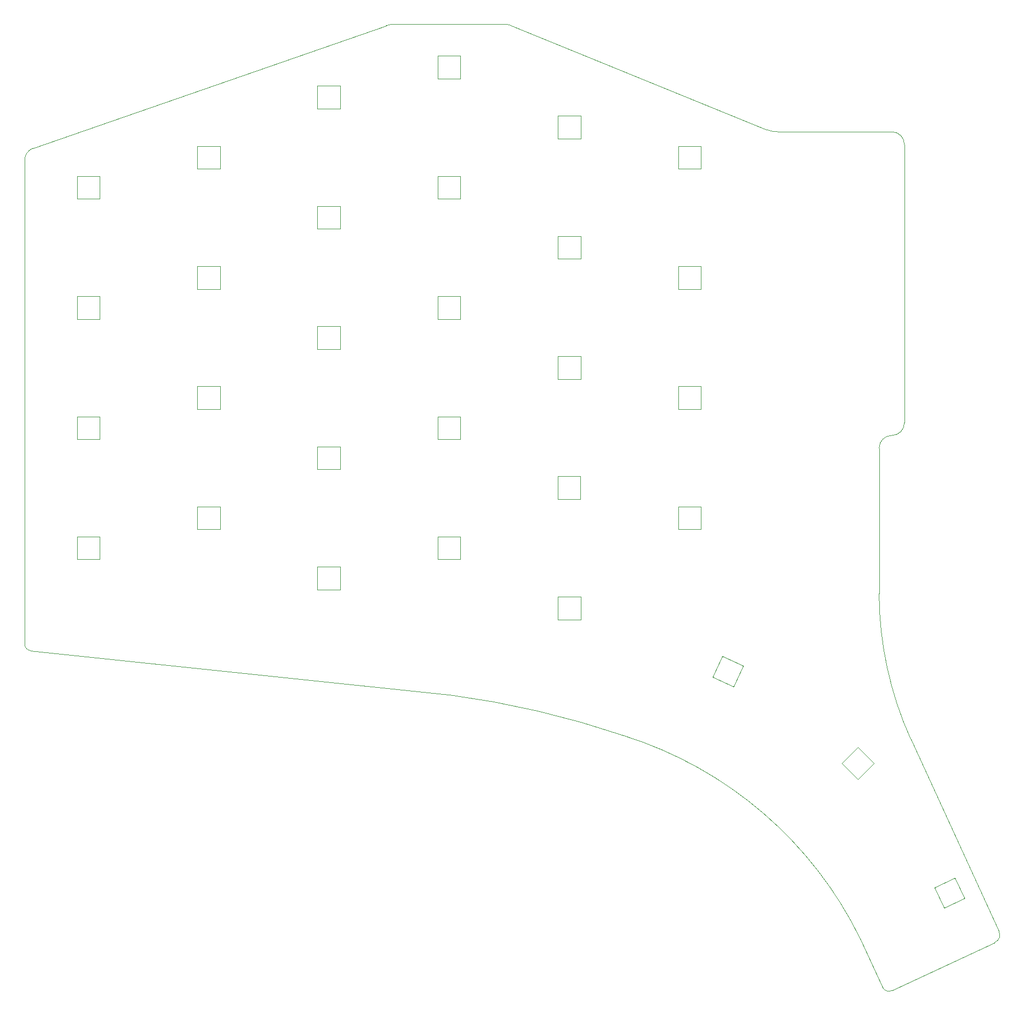
<source format=gbr>
%TF.GenerationSoftware,KiCad,Pcbnew,6.0.5*%
%TF.CreationDate,2022-07-09T20:03:33-05:00*%
%TF.ProjectId,ElevenFingers,456c6576-656e-4466-996e-676572732e6b,rev?*%
%TF.SameCoordinates,Original*%
%TF.FileFunction,Profile,NP*%
%FSLAX46Y46*%
G04 Gerber Fmt 4.6, Leading zero omitted, Abs format (unit mm)*
G04 Created by KiCad (PCBNEW 6.0.5) date 2022-07-09 20:03:33*
%MOMM*%
%LPD*%
G01*
G04 APERTURE LIST*
%TA.AperFunction,Profile*%
%ADD10C,0.100000*%
%TD*%
%TA.AperFunction,Profile*%
%ADD11C,0.120000*%
%TD*%
G04 APERTURE END LIST*
D10*
X181260652Y-193149819D02*
G75*
G03*
X181923305Y-191349785I-457252J1190319D01*
G01*
X168000000Y-161000000D02*
X181923305Y-191349785D01*
X28000010Y-146000000D02*
G75*
G03*
X28900000Y-147000000I1020890J13800D01*
G01*
X28900000Y-147000000D02*
X95000000Y-154000000D01*
X163000000Y-115000000D02*
X163000000Y-138000000D01*
X163000014Y-138000000D02*
G75*
G03*
X168000000Y-161000000I56462286J230900D01*
G01*
X86000000Y-47999999D02*
G75*
G03*
X85100000Y-48212461I62500J-2277201D01*
G01*
X29300000Y-67600000D02*
X85100000Y-48212461D01*
X160000003Y-192499999D02*
G75*
G03*
X122800000Y-160500000I-56020953J-27501861D01*
G01*
X147000000Y-65000000D02*
X165000000Y-65000000D01*
X145143047Y-64642384D02*
G75*
G03*
X147000000Y-65000000I1856953J4642384D01*
G01*
X160000000Y-192500000D02*
X163553554Y-200239341D01*
X163553594Y-200239321D02*
G75*
G03*
X165053553Y-200739340I1000006J500021D01*
G01*
X28000000Y-70000000D02*
X28000000Y-70000000D01*
X165000000Y-113000000D02*
G75*
G03*
X167000000Y-111000000I0J2000000D01*
G01*
X28000000Y-69457249D02*
X28000000Y-146000000D01*
X165053553Y-200739340D02*
X181260639Y-193149785D01*
X167000000Y-67000000D02*
G75*
G03*
X165000000Y-65000000I-2000000J0D01*
G01*
X165000000Y-113000000D02*
G75*
G03*
X163000000Y-115000000I0J-2000000D01*
G01*
X104702252Y-48127329D02*
G75*
G03*
X104000000Y-48000000I-701452J-1868471D01*
G01*
X122799998Y-160500007D02*
G75*
G03*
X95000000Y-154000000I-46750898J-137250593D01*
G01*
X86000000Y-48000000D02*
X104000000Y-48000000D01*
X29300002Y-67600005D02*
G75*
G03*
X28000000Y-69457249I741378J-1902535D01*
G01*
X167000000Y-111000000D02*
X167000000Y-67000000D01*
X104702247Y-48127342D02*
X145143047Y-64642383D01*
D11*
%TO.C,L20*%
X58861846Y-127846051D02*
X55261846Y-127846051D01*
X55261846Y-127846051D02*
X55261846Y-124246051D01*
X55261846Y-124246051D02*
X58861846Y-124246051D01*
X58861846Y-124246051D02*
X58861846Y-127846051D01*
%TO.C,L2*%
X55261846Y-67246051D02*
X58861846Y-67246051D01*
X58861846Y-67246051D02*
X58861846Y-70846051D01*
X58861846Y-70846051D02*
X55261846Y-70846051D01*
X55261846Y-70846051D02*
X55261846Y-67246051D01*
%TO.C,L19*%
X39861846Y-132596051D02*
X36261846Y-132596051D01*
X36261846Y-132596051D02*
X36261846Y-128996051D01*
X36261846Y-128996051D02*
X39861846Y-128996051D01*
X39861846Y-128996051D02*
X39861846Y-132596051D01*
%TO.C,L10*%
X96861846Y-75596051D02*
X93261846Y-75596051D01*
X93261846Y-75596051D02*
X93261846Y-71996051D01*
X93261846Y-71996051D02*
X96861846Y-71996051D01*
X96861846Y-71996051D02*
X96861846Y-75596051D01*
%TO.C,L27*%
X112261846Y-138496051D02*
X115861846Y-138496051D01*
X115861846Y-138496051D02*
X115861846Y-142096051D01*
X115861846Y-142096051D02*
X112261846Y-142096051D01*
X112261846Y-142096051D02*
X112261846Y-138496051D01*
%TO.C,L5*%
X112261846Y-62496051D02*
X115861846Y-62496051D01*
X115861846Y-62496051D02*
X115861846Y-66096051D01*
X115861846Y-66096051D02*
X112261846Y-66096051D01*
X112261846Y-66096051D02*
X112261846Y-62496051D01*
%TO.C,L16*%
X93261846Y-90996051D02*
X96861846Y-90996051D01*
X96861846Y-90996051D02*
X96861846Y-94596051D01*
X96861846Y-94596051D02*
X93261846Y-94596051D01*
X93261846Y-94596051D02*
X93261846Y-90996051D01*
%TO.C,L30*%
X174982487Y-182903984D02*
X176503913Y-186166692D01*
X176503913Y-186166692D02*
X173241205Y-187688118D01*
X173241205Y-187688118D02*
X171719779Y-184425410D01*
X171719779Y-184425410D02*
X174982487Y-182903984D01*
%TO.C,L12*%
X134861846Y-89846051D02*
X131261846Y-89846051D01*
X131261846Y-89846051D02*
X131261846Y-86246051D01*
X131261846Y-86246051D02*
X134861846Y-86246051D01*
X134861846Y-86246051D02*
X134861846Y-89846051D01*
%TO.C,L15*%
X74261846Y-95746051D02*
X77861846Y-95746051D01*
X77861846Y-95746051D02*
X77861846Y-99346051D01*
X77861846Y-99346051D02*
X74261846Y-99346051D01*
X74261846Y-99346051D02*
X74261846Y-95746051D01*
%TO.C,L13*%
X36261846Y-109996051D02*
X39861846Y-109996051D01*
X39861846Y-109996051D02*
X39861846Y-113596051D01*
X39861846Y-113596051D02*
X36261846Y-113596051D01*
X36261846Y-113596051D02*
X36261846Y-109996051D01*
%TO.C,L18*%
X131261846Y-105246051D02*
X134861846Y-105246051D01*
X134861846Y-105246051D02*
X134861846Y-108846051D01*
X134861846Y-108846051D02*
X131261846Y-108846051D01*
X131261846Y-108846051D02*
X131261846Y-105246051D01*
%TO.C,L21*%
X77861846Y-118346051D02*
X74261846Y-118346051D01*
X74261846Y-118346051D02*
X74261846Y-114746051D01*
X74261846Y-114746051D02*
X77861846Y-114746051D01*
X77861846Y-114746051D02*
X77861846Y-118346051D01*
%TO.C,L26*%
X93261846Y-128996051D02*
X96861846Y-128996051D01*
X96861846Y-128996051D02*
X96861846Y-132596051D01*
X96861846Y-132596051D02*
X93261846Y-132596051D01*
X93261846Y-132596051D02*
X93261846Y-128996051D01*
%TO.C,L24*%
X134861846Y-127846051D02*
X131261846Y-127846051D01*
X131261846Y-127846051D02*
X131261846Y-124246051D01*
X131261846Y-124246051D02*
X134861846Y-124246051D01*
X134861846Y-124246051D02*
X134861846Y-127846051D01*
%TO.C,L14*%
X55261846Y-105246051D02*
X58861846Y-105246051D01*
X58861846Y-105246051D02*
X58861846Y-108846051D01*
X58861846Y-108846051D02*
X55261846Y-108846051D01*
X55261846Y-108846051D02*
X55261846Y-105246051D01*
%TO.C,L23*%
X115800000Y-123050000D02*
X112200000Y-123050000D01*
X112200000Y-123050000D02*
X112200000Y-119450000D01*
X112200000Y-119450000D02*
X115800000Y-119450000D01*
X115800000Y-119450000D02*
X115800000Y-123050000D01*
%TO.C,L29*%
X159611846Y-162250467D02*
X162157430Y-164796051D01*
X162157430Y-164796051D02*
X159611846Y-167341635D01*
X159611846Y-167341635D02*
X157066262Y-164796051D01*
X157066262Y-164796051D02*
X159611846Y-162250467D01*
%TO.C,L6*%
X131261846Y-67246051D02*
X134861846Y-67246051D01*
X134861846Y-67246051D02*
X134861846Y-70846051D01*
X134861846Y-70846051D02*
X131261846Y-70846051D01*
X131261846Y-70846051D02*
X131261846Y-67246051D01*
%TO.C,L7*%
X39861846Y-94596051D02*
X36261846Y-94596051D01*
X36261846Y-94596051D02*
X36261846Y-90996051D01*
X36261846Y-90996051D02*
X39861846Y-90996051D01*
X39861846Y-90996051D02*
X39861846Y-94596051D01*
%TO.C,L9*%
X77861846Y-80346051D02*
X74261846Y-80346051D01*
X74261846Y-80346051D02*
X74261846Y-76746051D01*
X74261846Y-76746051D02*
X77861846Y-76746051D01*
X77861846Y-76746051D02*
X77861846Y-80346051D01*
%TO.C,L17*%
X112261846Y-100496051D02*
X115861846Y-100496051D01*
X115861846Y-100496051D02*
X115861846Y-104096051D01*
X115861846Y-104096051D02*
X112261846Y-104096051D01*
X112261846Y-104096051D02*
X112261846Y-100496051D01*
%TO.C,L25*%
X74261846Y-133746051D02*
X77861846Y-133746051D01*
X77861846Y-133746051D02*
X77861846Y-137346051D01*
X77861846Y-137346051D02*
X74261846Y-137346051D01*
X74261846Y-137346051D02*
X74261846Y-133746051D01*
%TO.C,L8*%
X58861846Y-89846051D02*
X55261846Y-89846051D01*
X55261846Y-89846051D02*
X55261846Y-86246051D01*
X55261846Y-86246051D02*
X58861846Y-86246051D01*
X58861846Y-86246051D02*
X58861846Y-89846051D01*
%TO.C,L22*%
X96861846Y-113596051D02*
X93261846Y-113596051D01*
X93261846Y-113596051D02*
X93261846Y-109996051D01*
X93261846Y-109996051D02*
X96861846Y-109996051D01*
X96861846Y-109996051D02*
X96861846Y-113596051D01*
%TO.C,L1*%
X36261846Y-71996051D02*
X39861846Y-71996051D01*
X39861846Y-71996051D02*
X39861846Y-75596051D01*
X39861846Y-75596051D02*
X36261846Y-75596051D01*
X36261846Y-75596051D02*
X36261846Y-71996051D01*
%TO.C,L28*%
X138241205Y-147903984D02*
X141503913Y-149425410D01*
X141503913Y-149425410D02*
X139982487Y-152688118D01*
X139982487Y-152688118D02*
X136719779Y-151166692D01*
X136719779Y-151166692D02*
X138241205Y-147903984D01*
%TO.C,L11*%
X115861846Y-85096051D02*
X112261846Y-85096051D01*
X112261846Y-85096051D02*
X112261846Y-81496051D01*
X112261846Y-81496051D02*
X115861846Y-81496051D01*
X115861846Y-81496051D02*
X115861846Y-85096051D01*
%TO.C,L3*%
X74261846Y-57746051D02*
X77861846Y-57746051D01*
X77861846Y-57746051D02*
X77861846Y-61346051D01*
X77861846Y-61346051D02*
X74261846Y-61346051D01*
X74261846Y-61346051D02*
X74261846Y-57746051D01*
%TO.C,L4*%
X93261846Y-52996051D02*
X96861846Y-52996051D01*
X96861846Y-52996051D02*
X96861846Y-56596051D01*
X96861846Y-56596051D02*
X93261846Y-56596051D01*
X93261846Y-56596051D02*
X93261846Y-52996051D01*
%TD*%
M02*

</source>
